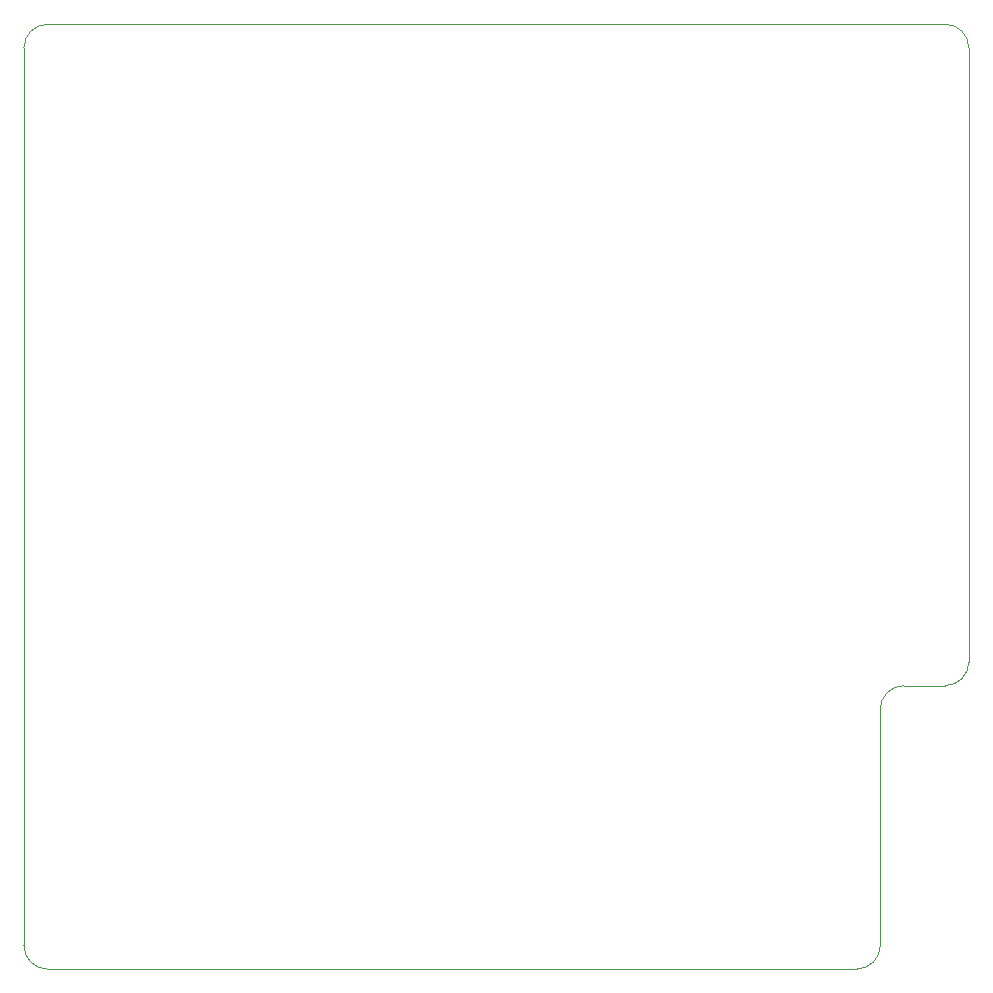
<source format=gbr>
%TF.GenerationSoftware,KiCad,Pcbnew,9.0.2*%
%TF.CreationDate,2025-06-26T16:23:08+02:00*%
%TF.ProjectId,button-rounded,62757474-6f6e-42d7-926f-756e6465642e,rev?*%
%TF.SameCoordinates,Original*%
%TF.FileFunction,Profile,NP*%
%FSLAX46Y46*%
G04 Gerber Fmt 4.6, Leading zero omitted, Abs format (unit mm)*
G04 Created by KiCad (PCBNEW 9.0.2) date 2025-06-26 16:23:08*
%MOMM*%
%LPD*%
G01*
G04 APERTURE LIST*
%TA.AperFunction,Profile*%
%ADD10C,0.050000*%
%TD*%
G04 APERTURE END LIST*
D10*
X255000000Y-115500000D02*
G75*
G02*
X257000000Y-113500000I2000000J0D01*
G01*
X262500000Y-111500000D02*
G75*
G02*
X260500000Y-113500000I-2000000J0D01*
G01*
X255000000Y-135500000D02*
X255000000Y-115500000D01*
X182500000Y-59500000D02*
X182500000Y-135500000D01*
X257000000Y-113500000D02*
X260500000Y-113500000D01*
X262500000Y-111500000D02*
X262500000Y-59500000D01*
X260500000Y-57500000D02*
G75*
G02*
X262500000Y-59500000I0J-2000000D01*
G01*
X255000000Y-135500000D02*
G75*
G02*
X253000000Y-137500000I-2000000J0D01*
G01*
X184500000Y-57500000D02*
X260500000Y-57500000D01*
X253000000Y-137500000D02*
X184500000Y-137500000D01*
X182500000Y-59500000D02*
G75*
G02*
X184500000Y-57500000I2000000J0D01*
G01*
X184500000Y-137500000D02*
G75*
G02*
X182500000Y-135500000I0J2000000D01*
G01*
M02*

</source>
